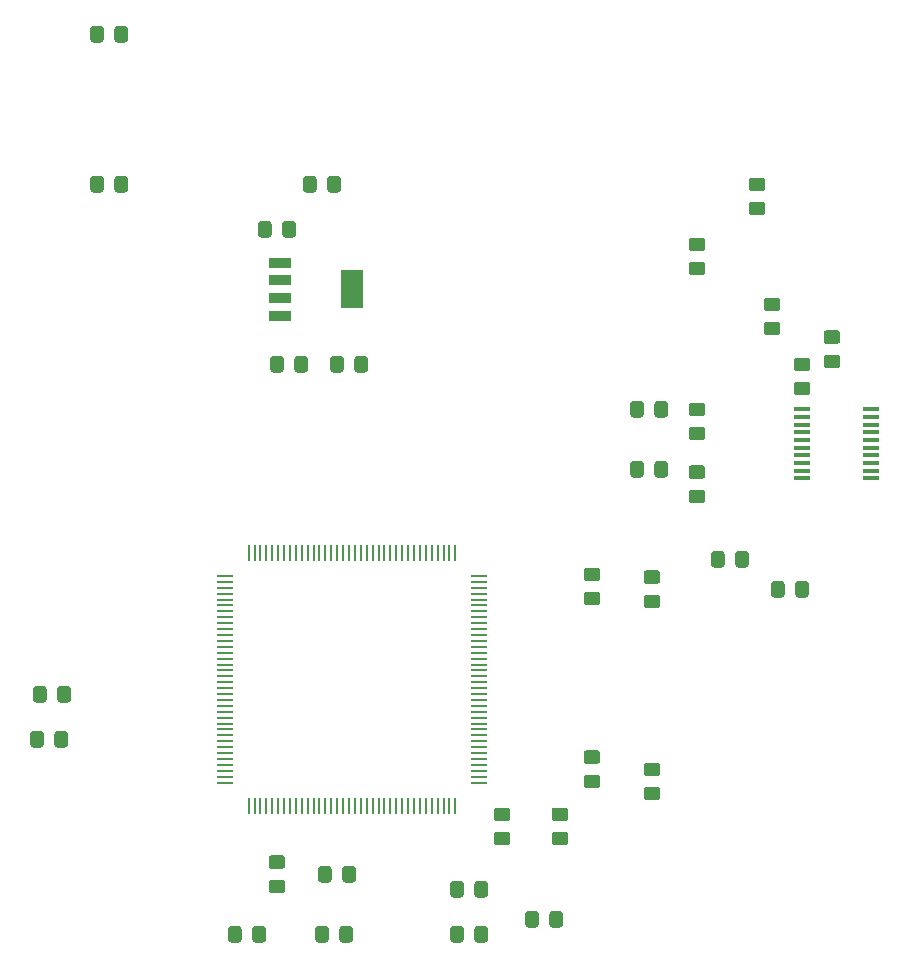
<source format=gbr>
%TF.GenerationSoftware,KiCad,Pcbnew,(5.1.6)-1*%
%TF.CreationDate,2020-10-23T19:33:20-04:00*%
%TF.ProjectId,ECE477,45434534-3737-42e6-9b69-6361645f7063,rev?*%
%TF.SameCoordinates,Original*%
%TF.FileFunction,Paste,Top*%
%TF.FilePolarity,Positive*%
%FSLAX46Y46*%
G04 Gerber Fmt 4.6, Leading zero omitted, Abs format (unit mm)*
G04 Created by KiCad (PCBNEW (5.1.6)-1) date 2020-10-23 19:33:20*
%MOMM*%
%LPD*%
G01*
G04 APERTURE LIST*
%ADD10R,1.475000X0.450000*%
%ADD11R,1.473200X0.228600*%
%ADD12R,0.228600X1.473200*%
%ADD13R,1.900000X3.200000*%
%ADD14R,1.900000X0.900000*%
G04 APERTURE END LIST*
%TO.C,R23*%
G36*
G01*
X238309999Y-79190000D02*
X239210001Y-79190000D01*
G75*
G02*
X239460000Y-79439999I0J-249999D01*
G01*
X239460000Y-80090001D01*
G75*
G02*
X239210001Y-80340000I-249999J0D01*
G01*
X238309999Y-80340000D01*
G75*
G02*
X238060000Y-80090001I0J249999D01*
G01*
X238060000Y-79439999D01*
G75*
G02*
X238309999Y-79190000I249999J0D01*
G01*
G37*
G36*
G01*
X238309999Y-77140000D02*
X239210001Y-77140000D01*
G75*
G02*
X239460000Y-77389999I0J-249999D01*
G01*
X239460000Y-78040001D01*
G75*
G02*
X239210001Y-78290000I-249999J0D01*
G01*
X238309999Y-78290000D01*
G75*
G02*
X238060000Y-78040001I0J249999D01*
G01*
X238060000Y-77389999D01*
G75*
G02*
X238309999Y-77140000I249999J0D01*
G01*
G37*
%TD*%
%TO.C,R22*%
G36*
G01*
X234745000Y-98609999D02*
X234745000Y-99510001D01*
G75*
G02*
X234495001Y-99760000I-249999J0D01*
G01*
X233844999Y-99760000D01*
G75*
G02*
X233595000Y-99510001I0J249999D01*
G01*
X233595000Y-98609999D01*
G75*
G02*
X233844999Y-98360000I249999J0D01*
G01*
X234495001Y-98360000D01*
G75*
G02*
X234745000Y-98609999I0J-249999D01*
G01*
G37*
G36*
G01*
X236795000Y-98609999D02*
X236795000Y-99510001D01*
G75*
G02*
X236545001Y-99760000I-249999J0D01*
G01*
X235894999Y-99760000D01*
G75*
G02*
X235645000Y-99510001I0J249999D01*
G01*
X235645000Y-98609999D01*
G75*
G02*
X235894999Y-98360000I249999J0D01*
G01*
X236545001Y-98360000D01*
G75*
G02*
X236795000Y-98609999I0J-249999D01*
G01*
G37*
%TD*%
%TO.C,R21*%
G36*
G01*
X223069999Y-99510000D02*
X223970001Y-99510000D01*
G75*
G02*
X224220000Y-99759999I0J-249999D01*
G01*
X224220000Y-100410001D01*
G75*
G02*
X223970001Y-100660000I-249999J0D01*
G01*
X223069999Y-100660000D01*
G75*
G02*
X222820000Y-100410001I0J249999D01*
G01*
X222820000Y-99759999D01*
G75*
G02*
X223069999Y-99510000I249999J0D01*
G01*
G37*
G36*
G01*
X223069999Y-97460000D02*
X223970001Y-97460000D01*
G75*
G02*
X224220000Y-97709999I0J-249999D01*
G01*
X224220000Y-98360001D01*
G75*
G02*
X223970001Y-98610000I-249999J0D01*
G01*
X223069999Y-98610000D01*
G75*
G02*
X222820000Y-98360001I0J249999D01*
G01*
X222820000Y-97709999D01*
G75*
G02*
X223069999Y-97460000I249999J0D01*
G01*
G37*
%TD*%
%TO.C,R20*%
G36*
G01*
X229665000Y-96069999D02*
X229665000Y-96970001D01*
G75*
G02*
X229415001Y-97220000I-249999J0D01*
G01*
X228764999Y-97220000D01*
G75*
G02*
X228515000Y-96970001I0J249999D01*
G01*
X228515000Y-96069999D01*
G75*
G02*
X228764999Y-95820000I249999J0D01*
G01*
X229415001Y-95820000D01*
G75*
G02*
X229665000Y-96069999I0J-249999D01*
G01*
G37*
G36*
G01*
X231715000Y-96069999D02*
X231715000Y-96970001D01*
G75*
G02*
X231465001Y-97220000I-249999J0D01*
G01*
X230814999Y-97220000D01*
G75*
G02*
X230565000Y-96970001I0J249999D01*
G01*
X230565000Y-96069999D01*
G75*
G02*
X230814999Y-95820000I249999J0D01*
G01*
X231465001Y-95820000D01*
G75*
G02*
X231715000Y-96069999I0J-249999D01*
G01*
G37*
%TD*%
%TO.C,R19*%
G36*
G01*
X217989999Y-99265000D02*
X218890001Y-99265000D01*
G75*
G02*
X219140000Y-99514999I0J-249999D01*
G01*
X219140000Y-100165001D01*
G75*
G02*
X218890001Y-100415000I-249999J0D01*
G01*
X217989999Y-100415000D01*
G75*
G02*
X217740000Y-100165001I0J249999D01*
G01*
X217740000Y-99514999D01*
G75*
G02*
X217989999Y-99265000I249999J0D01*
G01*
G37*
G36*
G01*
X217989999Y-97215000D02*
X218890001Y-97215000D01*
G75*
G02*
X219140000Y-97464999I0J-249999D01*
G01*
X219140000Y-98115001D01*
G75*
G02*
X218890001Y-98365000I-249999J0D01*
G01*
X217989999Y-98365000D01*
G75*
G02*
X217740000Y-98115001I0J249999D01*
G01*
X217740000Y-97464999D01*
G75*
G02*
X217989999Y-97215000I249999J0D01*
G01*
G37*
%TD*%
%TO.C,R17*%
G36*
G01*
X222825000Y-88449999D02*
X222825000Y-89350001D01*
G75*
G02*
X222575001Y-89600000I-249999J0D01*
G01*
X221924999Y-89600000D01*
G75*
G02*
X221675000Y-89350001I0J249999D01*
G01*
X221675000Y-88449999D01*
G75*
G02*
X221924999Y-88200000I249999J0D01*
G01*
X222575001Y-88200000D01*
G75*
G02*
X222825000Y-88449999I0J-249999D01*
G01*
G37*
G36*
G01*
X224875000Y-88449999D02*
X224875000Y-89350001D01*
G75*
G02*
X224625001Y-89600000I-249999J0D01*
G01*
X223974999Y-89600000D01*
G75*
G02*
X223725000Y-89350001I0J249999D01*
G01*
X223725000Y-88449999D01*
G75*
G02*
X223974999Y-88200000I249999J0D01*
G01*
X224625001Y-88200000D01*
G75*
G02*
X224875000Y-88449999I0J-249999D01*
G01*
G37*
%TD*%
%TO.C,R9*%
G36*
G01*
X222825000Y-83369999D02*
X222825000Y-84270001D01*
G75*
G02*
X222575001Y-84520000I-249999J0D01*
G01*
X221924999Y-84520000D01*
G75*
G02*
X221675000Y-84270001I0J249999D01*
G01*
X221675000Y-83369999D01*
G75*
G02*
X221924999Y-83120000I249999J0D01*
G01*
X222575001Y-83120000D01*
G75*
G02*
X222825000Y-83369999I0J-249999D01*
G01*
G37*
G36*
G01*
X224875000Y-83369999D02*
X224875000Y-84270001D01*
G75*
G02*
X224625001Y-84520000I-249999J0D01*
G01*
X223974999Y-84520000D01*
G75*
G02*
X223725000Y-84270001I0J249999D01*
G01*
X223725000Y-83369999D01*
G75*
G02*
X223974999Y-83120000I249999J0D01*
G01*
X224625001Y-83120000D01*
G75*
G02*
X224875000Y-83369999I0J-249999D01*
G01*
G37*
%TD*%
D10*
%TO.C,IC3*%
X236220000Y-89670000D03*
X236220000Y-89020000D03*
X236220000Y-88370000D03*
X236220000Y-87720000D03*
X236220000Y-87070000D03*
X236220000Y-86420000D03*
X236220000Y-85770000D03*
X236220000Y-85120000D03*
X236220000Y-84470000D03*
X236220000Y-83820000D03*
X242096000Y-83820000D03*
X242096000Y-84470000D03*
X242096000Y-85120000D03*
X242096000Y-85770000D03*
X242096000Y-86420000D03*
X242096000Y-87070000D03*
X242096000Y-87720000D03*
X242096000Y-88370000D03*
X242096000Y-89020000D03*
X242096000Y-89670000D03*
%TD*%
%TO.C,C9*%
G36*
G01*
X236670001Y-80585000D02*
X235769999Y-80585000D01*
G75*
G02*
X235520000Y-80335001I0J249999D01*
G01*
X235520000Y-79684999D01*
G75*
G02*
X235769999Y-79435000I249999J0D01*
G01*
X236670001Y-79435000D01*
G75*
G02*
X236920000Y-79684999I0J-249999D01*
G01*
X236920000Y-80335001D01*
G75*
G02*
X236670001Y-80585000I-249999J0D01*
G01*
G37*
G36*
G01*
X236670001Y-82635000D02*
X235769999Y-82635000D01*
G75*
G02*
X235520000Y-82385001I0J249999D01*
G01*
X235520000Y-81734999D01*
G75*
G02*
X235769999Y-81485000I249999J0D01*
G01*
X236670001Y-81485000D01*
G75*
G02*
X236920000Y-81734999I0J-249999D01*
G01*
X236920000Y-82385001D01*
G75*
G02*
X236670001Y-82635000I-249999J0D01*
G01*
G37*
%TD*%
%TO.C,C5*%
G36*
G01*
X227780001Y-89720000D02*
X226879999Y-89720000D01*
G75*
G02*
X226630000Y-89470001I0J249999D01*
G01*
X226630000Y-88819999D01*
G75*
G02*
X226879999Y-88570000I249999J0D01*
G01*
X227780001Y-88570000D01*
G75*
G02*
X228030000Y-88819999I0J-249999D01*
G01*
X228030000Y-89470001D01*
G75*
G02*
X227780001Y-89720000I-249999J0D01*
G01*
G37*
G36*
G01*
X227780001Y-91770000D02*
X226879999Y-91770000D01*
G75*
G02*
X226630000Y-91520001I0J249999D01*
G01*
X226630000Y-90869999D01*
G75*
G02*
X226879999Y-90620000I249999J0D01*
G01*
X227780001Y-90620000D01*
G75*
G02*
X228030000Y-90869999I0J-249999D01*
G01*
X228030000Y-91520001D01*
G75*
G02*
X227780001Y-91770000I-249999J0D01*
G01*
G37*
%TD*%
%TO.C,C3*%
G36*
G01*
X227780001Y-84395000D02*
X226879999Y-84395000D01*
G75*
G02*
X226630000Y-84145001I0J249999D01*
G01*
X226630000Y-83494999D01*
G75*
G02*
X226879999Y-83245000I249999J0D01*
G01*
X227780001Y-83245000D01*
G75*
G02*
X228030000Y-83494999I0J-249999D01*
G01*
X228030000Y-84145001D01*
G75*
G02*
X227780001Y-84395000I-249999J0D01*
G01*
G37*
G36*
G01*
X227780001Y-86445000D02*
X226879999Y-86445000D01*
G75*
G02*
X226630000Y-86195001I0J249999D01*
G01*
X226630000Y-85544999D01*
G75*
G02*
X226879999Y-85295000I249999J0D01*
G01*
X227780001Y-85295000D01*
G75*
G02*
X228030000Y-85544999I0J-249999D01*
G01*
X228030000Y-86195001D01*
G75*
G02*
X227780001Y-86445000I-249999J0D01*
G01*
G37*
%TD*%
%TO.C,C31*%
G36*
G01*
X178005000Y-52520001D02*
X178005000Y-51619999D01*
G75*
G02*
X178254999Y-51370000I249999J0D01*
G01*
X178905001Y-51370000D01*
G75*
G02*
X179155000Y-51619999I0J-249999D01*
G01*
X179155000Y-52520001D01*
G75*
G02*
X178905001Y-52770000I-249999J0D01*
G01*
X178254999Y-52770000D01*
G75*
G02*
X178005000Y-52520001I0J249999D01*
G01*
G37*
G36*
G01*
X175955000Y-52520001D02*
X175955000Y-51619999D01*
G75*
G02*
X176204999Y-51370000I249999J0D01*
G01*
X176855001Y-51370000D01*
G75*
G02*
X177105000Y-51619999I0J-249999D01*
G01*
X177105000Y-52520001D01*
G75*
G02*
X176855001Y-52770000I-249999J0D01*
G01*
X176204999Y-52770000D01*
G75*
G02*
X175955000Y-52520001I0J249999D01*
G01*
G37*
%TD*%
%TO.C,C24*%
G36*
G01*
X178005000Y-65220001D02*
X178005000Y-64319999D01*
G75*
G02*
X178254999Y-64070000I249999J0D01*
G01*
X178905001Y-64070000D01*
G75*
G02*
X179155000Y-64319999I0J-249999D01*
G01*
X179155000Y-65220001D01*
G75*
G02*
X178905001Y-65470000I-249999J0D01*
G01*
X178254999Y-65470000D01*
G75*
G02*
X178005000Y-65220001I0J249999D01*
G01*
G37*
G36*
G01*
X175955000Y-65220001D02*
X175955000Y-64319999D01*
G75*
G02*
X176204999Y-64070000I249999J0D01*
G01*
X176855001Y-64070000D01*
G75*
G02*
X177105000Y-64319999I0J-249999D01*
G01*
X177105000Y-65220001D01*
G75*
G02*
X176855001Y-65470000I-249999J0D01*
G01*
X176204999Y-65470000D01*
G75*
G02*
X175955000Y-65220001I0J249999D01*
G01*
G37*
%TD*%
%TO.C,R5*%
G36*
G01*
X188780000Y-127819999D02*
X188780000Y-128720001D01*
G75*
G02*
X188530001Y-128970000I-249999J0D01*
G01*
X187879999Y-128970000D01*
G75*
G02*
X187630000Y-128720001I0J249999D01*
G01*
X187630000Y-127819999D01*
G75*
G02*
X187879999Y-127570000I249999J0D01*
G01*
X188530001Y-127570000D01*
G75*
G02*
X188780000Y-127819999I0J-249999D01*
G01*
G37*
G36*
G01*
X190830000Y-127819999D02*
X190830000Y-128720001D01*
G75*
G02*
X190580001Y-128970000I-249999J0D01*
G01*
X189929999Y-128970000D01*
G75*
G02*
X189680000Y-128720001I0J249999D01*
G01*
X189680000Y-127819999D01*
G75*
G02*
X189929999Y-127570000I249999J0D01*
G01*
X190580001Y-127570000D01*
G75*
G02*
X190830000Y-127819999I0J-249999D01*
G01*
G37*
%TD*%
%TO.C,R8*%
G36*
G01*
X172925000Y-112210001D02*
X172925000Y-111309999D01*
G75*
G02*
X173174999Y-111060000I249999J0D01*
G01*
X173825001Y-111060000D01*
G75*
G02*
X174075000Y-111309999I0J-249999D01*
G01*
X174075000Y-112210001D01*
G75*
G02*
X173825001Y-112460000I-249999J0D01*
G01*
X173174999Y-112460000D01*
G75*
G02*
X172925000Y-112210001I0J249999D01*
G01*
G37*
G36*
G01*
X170875000Y-112210001D02*
X170875000Y-111309999D01*
G75*
G02*
X171124999Y-111060000I249999J0D01*
G01*
X171775001Y-111060000D01*
G75*
G02*
X172025000Y-111309999I0J-249999D01*
G01*
X172025000Y-112210001D01*
G75*
G02*
X171775001Y-112460000I-249999J0D01*
G01*
X171124999Y-112460000D01*
G75*
G02*
X170875000Y-112210001I0J249999D01*
G01*
G37*
%TD*%
D11*
%TO.C,U1*%
X187401200Y-115430000D03*
X187401200Y-114930001D03*
X187401200Y-114430000D03*
X187401200Y-113930001D03*
X187401200Y-113429999D03*
X187401200Y-112930000D03*
X187401200Y-112430001D03*
X187401200Y-111930000D03*
X187401200Y-111430001D03*
X187401200Y-110929999D03*
X187401200Y-110430000D03*
X187401200Y-109930001D03*
X187401200Y-109430000D03*
X187401200Y-108930001D03*
X187401200Y-108429999D03*
X187401200Y-107930000D03*
X187401200Y-107430001D03*
X187401200Y-106930000D03*
X187401200Y-106430000D03*
X187401200Y-105929999D03*
X187401200Y-105430000D03*
X187401200Y-104930001D03*
X187401200Y-104429999D03*
X187401200Y-103930000D03*
X187401200Y-103429999D03*
X187401200Y-102930000D03*
X187401200Y-102430001D03*
X187401200Y-101929999D03*
X187401200Y-101430000D03*
X187401200Y-100929999D03*
X187401200Y-100430000D03*
X187401200Y-99930001D03*
X187401200Y-99429999D03*
X187401200Y-98930000D03*
X187401200Y-98429999D03*
X187401200Y-97930000D03*
D12*
X189370000Y-95961200D03*
X189869999Y-95961200D03*
X190370000Y-95961200D03*
X190869999Y-95961200D03*
X191370001Y-95961200D03*
X191870000Y-95961200D03*
X192369999Y-95961200D03*
X192870000Y-95961200D03*
X193369999Y-95961200D03*
X193870001Y-95961200D03*
X194370000Y-95961200D03*
X194869999Y-95961200D03*
X195370000Y-95961200D03*
X195869999Y-95961200D03*
X196370001Y-95961200D03*
X196870000Y-95961200D03*
X197369999Y-95961200D03*
X197870000Y-95961200D03*
X198370000Y-95961200D03*
X198870001Y-95961200D03*
X199370000Y-95961200D03*
X199869999Y-95961200D03*
X200370001Y-95961200D03*
X200870000Y-95961200D03*
X201370001Y-95961200D03*
X201870000Y-95961200D03*
X202369999Y-95961200D03*
X202870001Y-95961200D03*
X203370000Y-95961200D03*
X203870001Y-95961200D03*
X204370000Y-95961200D03*
X204869999Y-95961200D03*
X205370001Y-95961200D03*
X205870000Y-95961200D03*
X206370001Y-95961200D03*
X206870000Y-95961200D03*
D11*
X208838800Y-97930000D03*
X208838800Y-98429999D03*
X208838800Y-98930000D03*
X208838800Y-99429999D03*
X208838800Y-99930001D03*
X208838800Y-100430000D03*
X208838800Y-100929999D03*
X208838800Y-101430000D03*
X208838800Y-101929999D03*
X208838800Y-102430001D03*
X208838800Y-102930000D03*
X208838800Y-103429999D03*
X208838800Y-103930000D03*
X208838800Y-104429999D03*
X208838800Y-104930001D03*
X208838800Y-105430000D03*
X208838800Y-105929999D03*
X208838800Y-106430000D03*
X208838800Y-106930000D03*
X208838800Y-107430001D03*
X208838800Y-107930000D03*
X208838800Y-108429999D03*
X208838800Y-108930001D03*
X208838800Y-109430000D03*
X208838800Y-109930001D03*
X208838800Y-110430000D03*
X208838800Y-110929999D03*
X208838800Y-111430001D03*
X208838800Y-111930000D03*
X208838800Y-112430001D03*
X208838800Y-112930000D03*
X208838800Y-113429999D03*
X208838800Y-113930001D03*
X208838800Y-114430000D03*
X208838800Y-114930001D03*
X208838800Y-115430000D03*
D12*
X206870000Y-117398800D03*
X206369999Y-117398800D03*
X205870000Y-117398800D03*
X205370001Y-117398800D03*
X204869999Y-117398800D03*
X204370000Y-117398800D03*
X203869999Y-117398800D03*
X203370000Y-117398800D03*
X202870001Y-117398800D03*
X202369999Y-117398800D03*
X201870000Y-117398800D03*
X201369999Y-117398800D03*
X200870000Y-117398800D03*
X200370001Y-117398800D03*
X199869999Y-117398800D03*
X199370000Y-117398800D03*
X198869998Y-117398800D03*
X198370000Y-117398800D03*
X197870000Y-117398800D03*
X197369999Y-117398800D03*
X196870000Y-117398800D03*
X196370001Y-117398800D03*
X195869999Y-117398800D03*
X195370000Y-117398800D03*
X194869999Y-117398800D03*
X194370000Y-117398800D03*
X193870001Y-117398800D03*
X193369999Y-117398800D03*
X192870000Y-117398800D03*
X192369999Y-117398800D03*
X191870000Y-117398800D03*
X191370001Y-117398800D03*
X190869999Y-117398800D03*
X190370000Y-117398800D03*
X189869999Y-117398800D03*
X189370000Y-117398800D03*
%TD*%
%TO.C,R13*%
G36*
G01*
X193245000Y-80460001D02*
X193245000Y-79559999D01*
G75*
G02*
X193494999Y-79310000I249999J0D01*
G01*
X194145001Y-79310000D01*
G75*
G02*
X194395000Y-79559999I0J-249999D01*
G01*
X194395000Y-80460001D01*
G75*
G02*
X194145001Y-80710000I-249999J0D01*
G01*
X193494999Y-80710000D01*
G75*
G02*
X193245000Y-80460001I0J249999D01*
G01*
G37*
G36*
G01*
X191195000Y-80460001D02*
X191195000Y-79559999D01*
G75*
G02*
X191444999Y-79310000I249999J0D01*
G01*
X192095001Y-79310000D01*
G75*
G02*
X192345000Y-79559999I0J-249999D01*
G01*
X192345000Y-80460001D01*
G75*
G02*
X192095001Y-80710000I-249999J0D01*
G01*
X191444999Y-80710000D01*
G75*
G02*
X191195000Y-80460001I0J249999D01*
G01*
G37*
%TD*%
%TO.C,R12*%
G36*
G01*
X191320000Y-68129999D02*
X191320000Y-69030001D01*
G75*
G02*
X191070001Y-69280000I-249999J0D01*
G01*
X190419999Y-69280000D01*
G75*
G02*
X190170000Y-69030001I0J249999D01*
G01*
X190170000Y-68129999D01*
G75*
G02*
X190419999Y-67880000I249999J0D01*
G01*
X191070001Y-67880000D01*
G75*
G02*
X191320000Y-68129999I0J-249999D01*
G01*
G37*
G36*
G01*
X193370000Y-68129999D02*
X193370000Y-69030001D01*
G75*
G02*
X193120001Y-69280000I-249999J0D01*
G01*
X192469999Y-69280000D01*
G75*
G02*
X192220000Y-69030001I0J249999D01*
G01*
X192220000Y-68129999D01*
G75*
G02*
X192469999Y-67880000I249999J0D01*
G01*
X193120001Y-67880000D01*
G75*
G02*
X193370000Y-68129999I0J-249999D01*
G01*
G37*
%TD*%
%TO.C,R4*%
G36*
G01*
X173170000Y-108400001D02*
X173170000Y-107499999D01*
G75*
G02*
X173419999Y-107250000I249999J0D01*
G01*
X174070001Y-107250000D01*
G75*
G02*
X174320000Y-107499999I0J-249999D01*
G01*
X174320000Y-108400001D01*
G75*
G02*
X174070001Y-108650000I-249999J0D01*
G01*
X173419999Y-108650000D01*
G75*
G02*
X173170000Y-108400001I0J249999D01*
G01*
G37*
G36*
G01*
X171120000Y-108400001D02*
X171120000Y-107499999D01*
G75*
G02*
X171369999Y-107250000I249999J0D01*
G01*
X172020001Y-107250000D01*
G75*
G02*
X172270000Y-107499999I0J-249999D01*
G01*
X172270000Y-108400001D01*
G75*
G02*
X172020001Y-108650000I-249999J0D01*
G01*
X171369999Y-108650000D01*
G75*
G02*
X171120000Y-108400001I0J249999D01*
G01*
G37*
%TD*%
%TO.C,R3*%
G36*
G01*
X223970001Y-114875000D02*
X223069999Y-114875000D01*
G75*
G02*
X222820000Y-114625001I0J249999D01*
G01*
X222820000Y-113974999D01*
G75*
G02*
X223069999Y-113725000I249999J0D01*
G01*
X223970001Y-113725000D01*
G75*
G02*
X224220000Y-113974999I0J-249999D01*
G01*
X224220000Y-114625001D01*
G75*
G02*
X223970001Y-114875000I-249999J0D01*
G01*
G37*
G36*
G01*
X223970001Y-116925000D02*
X223069999Y-116925000D01*
G75*
G02*
X222820000Y-116675001I0J249999D01*
G01*
X222820000Y-116024999D01*
G75*
G02*
X223069999Y-115775000I249999J0D01*
G01*
X223970001Y-115775000D01*
G75*
G02*
X224220000Y-116024999I0J-249999D01*
G01*
X224220000Y-116675001D01*
G75*
G02*
X223970001Y-116925000I-249999J0D01*
G01*
G37*
%TD*%
%TO.C,R2*%
G36*
G01*
X213935000Y-126549999D02*
X213935000Y-127450001D01*
G75*
G02*
X213685001Y-127700000I-249999J0D01*
G01*
X213034999Y-127700000D01*
G75*
G02*
X212785000Y-127450001I0J249999D01*
G01*
X212785000Y-126549999D01*
G75*
G02*
X213034999Y-126300000I249999J0D01*
G01*
X213685001Y-126300000D01*
G75*
G02*
X213935000Y-126549999I0J-249999D01*
G01*
G37*
G36*
G01*
X215985000Y-126549999D02*
X215985000Y-127450001D01*
G75*
G02*
X215735001Y-127700000I-249999J0D01*
G01*
X215084999Y-127700000D01*
G75*
G02*
X214835000Y-127450001I0J249999D01*
G01*
X214835000Y-126549999D01*
G75*
G02*
X215084999Y-126300000I249999J0D01*
G01*
X215735001Y-126300000D01*
G75*
G02*
X215985000Y-126549999I0J-249999D01*
G01*
G37*
%TD*%
%TO.C,R1*%
G36*
G01*
X217989999Y-114750000D02*
X218890001Y-114750000D01*
G75*
G02*
X219140000Y-114999999I0J-249999D01*
G01*
X219140000Y-115650001D01*
G75*
G02*
X218890001Y-115900000I-249999J0D01*
G01*
X217989999Y-115900000D01*
G75*
G02*
X217740000Y-115650001I0J249999D01*
G01*
X217740000Y-114999999D01*
G75*
G02*
X217989999Y-114750000I249999J0D01*
G01*
G37*
G36*
G01*
X217989999Y-112700000D02*
X218890001Y-112700000D01*
G75*
G02*
X219140000Y-112949999I0J-249999D01*
G01*
X219140000Y-113600001D01*
G75*
G02*
X218890001Y-113850000I-249999J0D01*
G01*
X217989999Y-113850000D01*
G75*
G02*
X217740000Y-113600001I0J249999D01*
G01*
X217740000Y-112949999D01*
G75*
G02*
X217989999Y-112700000I249999J0D01*
G01*
G37*
%TD*%
D13*
%TO.C,IC1*%
X198120000Y-73660000D03*
D14*
X192020000Y-75910000D03*
X192020000Y-74410000D03*
X192020000Y-72910000D03*
X192020000Y-71410000D03*
%TD*%
%TO.C,C36*%
G36*
G01*
X231959999Y-66245000D02*
X232860001Y-66245000D01*
G75*
G02*
X233110000Y-66494999I0J-249999D01*
G01*
X233110000Y-67145001D01*
G75*
G02*
X232860001Y-67395000I-249999J0D01*
G01*
X231959999Y-67395000D01*
G75*
G02*
X231710000Y-67145001I0J249999D01*
G01*
X231710000Y-66494999D01*
G75*
G02*
X231959999Y-66245000I249999J0D01*
G01*
G37*
G36*
G01*
X231959999Y-64195000D02*
X232860001Y-64195000D01*
G75*
G02*
X233110000Y-64444999I0J-249999D01*
G01*
X233110000Y-65095001D01*
G75*
G02*
X232860001Y-65345000I-249999J0D01*
G01*
X231959999Y-65345000D01*
G75*
G02*
X231710000Y-65095001I0J249999D01*
G01*
X231710000Y-64444999D01*
G75*
G02*
X231959999Y-64195000I249999J0D01*
G01*
G37*
%TD*%
%TO.C,C35*%
G36*
G01*
X234130001Y-75505000D02*
X233229999Y-75505000D01*
G75*
G02*
X232980000Y-75255001I0J249999D01*
G01*
X232980000Y-74604999D01*
G75*
G02*
X233229999Y-74355000I249999J0D01*
G01*
X234130001Y-74355000D01*
G75*
G02*
X234380000Y-74604999I0J-249999D01*
G01*
X234380000Y-75255001D01*
G75*
G02*
X234130001Y-75505000I-249999J0D01*
G01*
G37*
G36*
G01*
X234130001Y-77555000D02*
X233229999Y-77555000D01*
G75*
G02*
X232980000Y-77305001I0J249999D01*
G01*
X232980000Y-76654999D01*
G75*
G02*
X233229999Y-76405000I249999J0D01*
G01*
X234130001Y-76405000D01*
G75*
G02*
X234380000Y-76654999I0J-249999D01*
G01*
X234380000Y-77305001D01*
G75*
G02*
X234130001Y-77555000I-249999J0D01*
G01*
G37*
%TD*%
%TO.C,C34*%
G36*
G01*
X227780001Y-70425000D02*
X226879999Y-70425000D01*
G75*
G02*
X226630000Y-70175001I0J249999D01*
G01*
X226630000Y-69524999D01*
G75*
G02*
X226879999Y-69275000I249999J0D01*
G01*
X227780001Y-69275000D01*
G75*
G02*
X228030000Y-69524999I0J-249999D01*
G01*
X228030000Y-70175001D01*
G75*
G02*
X227780001Y-70425000I-249999J0D01*
G01*
G37*
G36*
G01*
X227780001Y-72475000D02*
X226879999Y-72475000D01*
G75*
G02*
X226630000Y-72225001I0J249999D01*
G01*
X226630000Y-71574999D01*
G75*
G02*
X226879999Y-71325000I249999J0D01*
G01*
X227780001Y-71325000D01*
G75*
G02*
X228030000Y-71574999I0J-249999D01*
G01*
X228030000Y-72225001D01*
G75*
G02*
X227780001Y-72475000I-249999J0D01*
G01*
G37*
%TD*%
%TO.C,C29*%
G36*
G01*
X198325000Y-80460001D02*
X198325000Y-79559999D01*
G75*
G02*
X198574999Y-79310000I249999J0D01*
G01*
X199225001Y-79310000D01*
G75*
G02*
X199475000Y-79559999I0J-249999D01*
G01*
X199475000Y-80460001D01*
G75*
G02*
X199225001Y-80710000I-249999J0D01*
G01*
X198574999Y-80710000D01*
G75*
G02*
X198325000Y-80460001I0J249999D01*
G01*
G37*
G36*
G01*
X196275000Y-80460001D02*
X196275000Y-79559999D01*
G75*
G02*
X196524999Y-79310000I249999J0D01*
G01*
X197175001Y-79310000D01*
G75*
G02*
X197425000Y-79559999I0J-249999D01*
G01*
X197425000Y-80460001D01*
G75*
G02*
X197175001Y-80710000I-249999J0D01*
G01*
X196524999Y-80710000D01*
G75*
G02*
X196275000Y-80460001I0J249999D01*
G01*
G37*
%TD*%
%TO.C,C28*%
G36*
G01*
X196030000Y-65220001D02*
X196030000Y-64319999D01*
G75*
G02*
X196279999Y-64070000I249999J0D01*
G01*
X196930001Y-64070000D01*
G75*
G02*
X197180000Y-64319999I0J-249999D01*
G01*
X197180000Y-65220001D01*
G75*
G02*
X196930001Y-65470000I-249999J0D01*
G01*
X196279999Y-65470000D01*
G75*
G02*
X196030000Y-65220001I0J249999D01*
G01*
G37*
G36*
G01*
X193980000Y-65220001D02*
X193980000Y-64319999D01*
G75*
G02*
X194229999Y-64070000I249999J0D01*
G01*
X194880001Y-64070000D01*
G75*
G02*
X195130000Y-64319999I0J-249999D01*
G01*
X195130000Y-65220001D01*
G75*
G02*
X194880001Y-65470000I-249999J0D01*
G01*
X194229999Y-65470000D01*
G75*
G02*
X193980000Y-65220001I0J249999D01*
G01*
G37*
%TD*%
%TO.C,C21*%
G36*
G01*
X196400000Y-122739999D02*
X196400000Y-123640001D01*
G75*
G02*
X196150001Y-123890000I-249999J0D01*
G01*
X195499999Y-123890000D01*
G75*
G02*
X195250000Y-123640001I0J249999D01*
G01*
X195250000Y-122739999D01*
G75*
G02*
X195499999Y-122490000I249999J0D01*
G01*
X196150001Y-122490000D01*
G75*
G02*
X196400000Y-122739999I0J-249999D01*
G01*
G37*
G36*
G01*
X198450000Y-122739999D02*
X198450000Y-123640001D01*
G75*
G02*
X198200001Y-123890000I-249999J0D01*
G01*
X197549999Y-123890000D01*
G75*
G02*
X197300000Y-123640001I0J249999D01*
G01*
X197300000Y-122739999D01*
G75*
G02*
X197549999Y-122490000I249999J0D01*
G01*
X198200001Y-122490000D01*
G75*
G02*
X198450000Y-122739999I0J-249999D01*
G01*
G37*
%TD*%
%TO.C,C20*%
G36*
G01*
X196155000Y-127819999D02*
X196155000Y-128720001D01*
G75*
G02*
X195905001Y-128970000I-249999J0D01*
G01*
X195254999Y-128970000D01*
G75*
G02*
X195005000Y-128720001I0J249999D01*
G01*
X195005000Y-127819999D01*
G75*
G02*
X195254999Y-127570000I249999J0D01*
G01*
X195905001Y-127570000D01*
G75*
G02*
X196155000Y-127819999I0J-249999D01*
G01*
G37*
G36*
G01*
X198205000Y-127819999D02*
X198205000Y-128720001D01*
G75*
G02*
X197955001Y-128970000I-249999J0D01*
G01*
X197304999Y-128970000D01*
G75*
G02*
X197055000Y-128720001I0J249999D01*
G01*
X197055000Y-127819999D01*
G75*
G02*
X197304999Y-127570000I249999J0D01*
G01*
X197955001Y-127570000D01*
G75*
G02*
X198205000Y-127819999I0J-249999D01*
G01*
G37*
%TD*%
%TO.C,C19*%
G36*
G01*
X208485000Y-128720001D02*
X208485000Y-127819999D01*
G75*
G02*
X208734999Y-127570000I249999J0D01*
G01*
X209385001Y-127570000D01*
G75*
G02*
X209635000Y-127819999I0J-249999D01*
G01*
X209635000Y-128720001D01*
G75*
G02*
X209385001Y-128970000I-249999J0D01*
G01*
X208734999Y-128970000D01*
G75*
G02*
X208485000Y-128720001I0J249999D01*
G01*
G37*
G36*
G01*
X206435000Y-128720001D02*
X206435000Y-127819999D01*
G75*
G02*
X206684999Y-127570000I249999J0D01*
G01*
X207335001Y-127570000D01*
G75*
G02*
X207585000Y-127819999I0J-249999D01*
G01*
X207585000Y-128720001D01*
G75*
G02*
X207335001Y-128970000I-249999J0D01*
G01*
X206684999Y-128970000D01*
G75*
G02*
X206435000Y-128720001I0J249999D01*
G01*
G37*
%TD*%
%TO.C,C18*%
G36*
G01*
X208485000Y-124910001D02*
X208485000Y-124009999D01*
G75*
G02*
X208734999Y-123760000I249999J0D01*
G01*
X209385001Y-123760000D01*
G75*
G02*
X209635000Y-124009999I0J-249999D01*
G01*
X209635000Y-124910001D01*
G75*
G02*
X209385001Y-125160000I-249999J0D01*
G01*
X208734999Y-125160000D01*
G75*
G02*
X208485000Y-124910001I0J249999D01*
G01*
G37*
G36*
G01*
X206435000Y-124910001D02*
X206435000Y-124009999D01*
G75*
G02*
X206684999Y-123760000I249999J0D01*
G01*
X207335001Y-123760000D01*
G75*
G02*
X207585000Y-124009999I0J-249999D01*
G01*
X207585000Y-124910001D01*
G75*
G02*
X207335001Y-125160000I-249999J0D01*
G01*
X206684999Y-125160000D01*
G75*
G02*
X206435000Y-124910001I0J249999D01*
G01*
G37*
%TD*%
%TO.C,C17*%
G36*
G01*
X215269999Y-119585000D02*
X216170001Y-119585000D01*
G75*
G02*
X216420000Y-119834999I0J-249999D01*
G01*
X216420000Y-120485001D01*
G75*
G02*
X216170001Y-120735000I-249999J0D01*
G01*
X215269999Y-120735000D01*
G75*
G02*
X215020000Y-120485001I0J249999D01*
G01*
X215020000Y-119834999D01*
G75*
G02*
X215269999Y-119585000I249999J0D01*
G01*
G37*
G36*
G01*
X215269999Y-117535000D02*
X216170001Y-117535000D01*
G75*
G02*
X216420000Y-117784999I0J-249999D01*
G01*
X216420000Y-118435001D01*
G75*
G02*
X216170001Y-118685000I-249999J0D01*
G01*
X215269999Y-118685000D01*
G75*
G02*
X215020000Y-118435001I0J249999D01*
G01*
X215020000Y-117784999D01*
G75*
G02*
X215269999Y-117535000I249999J0D01*
G01*
G37*
%TD*%
%TO.C,C16*%
G36*
G01*
X210369999Y-119585000D02*
X211270001Y-119585000D01*
G75*
G02*
X211520000Y-119834999I0J-249999D01*
G01*
X211520000Y-120485001D01*
G75*
G02*
X211270001Y-120735000I-249999J0D01*
G01*
X210369999Y-120735000D01*
G75*
G02*
X210120000Y-120485001I0J249999D01*
G01*
X210120000Y-119834999D01*
G75*
G02*
X210369999Y-119585000I249999J0D01*
G01*
G37*
G36*
G01*
X210369999Y-117535000D02*
X211270001Y-117535000D01*
G75*
G02*
X211520000Y-117784999I0J-249999D01*
G01*
X211520000Y-118435001D01*
G75*
G02*
X211270001Y-118685000I-249999J0D01*
G01*
X210369999Y-118685000D01*
G75*
G02*
X210120000Y-118435001I0J249999D01*
G01*
X210120000Y-117784999D01*
G75*
G02*
X210369999Y-117535000I249999J0D01*
G01*
G37*
%TD*%
%TO.C,C15*%
G36*
G01*
X191319999Y-123640000D02*
X192220001Y-123640000D01*
G75*
G02*
X192470000Y-123889999I0J-249999D01*
G01*
X192470000Y-124540001D01*
G75*
G02*
X192220001Y-124790000I-249999J0D01*
G01*
X191319999Y-124790000D01*
G75*
G02*
X191070000Y-124540001I0J249999D01*
G01*
X191070000Y-123889999D01*
G75*
G02*
X191319999Y-123640000I249999J0D01*
G01*
G37*
G36*
G01*
X191319999Y-121590000D02*
X192220001Y-121590000D01*
G75*
G02*
X192470000Y-121839999I0J-249999D01*
G01*
X192470000Y-122490001D01*
G75*
G02*
X192220001Y-122740000I-249999J0D01*
G01*
X191319999Y-122740000D01*
G75*
G02*
X191070000Y-122490001I0J249999D01*
G01*
X191070000Y-121839999D01*
G75*
G02*
X191319999Y-121590000I249999J0D01*
G01*
G37*
%TD*%
M02*

</source>
